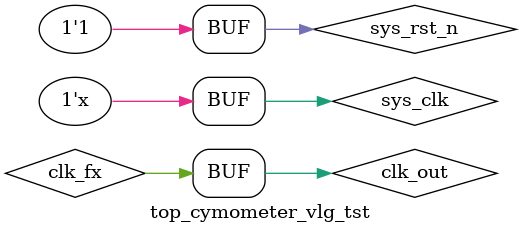
<source format=v>

                                                                                
// Verilog Test Bench template for design : top_cymometer
// 
// Simulation tool : ModelSim (Verilog)
// 

`timescale 1 ns/ 1 ns
`define  clk_period 20
module top_cymometer_vlg_tst();

// constants                                           
// general purpose registers
// test vector input registers
reg clk_fx;
reg sys_clk;
reg sys_rst_n;
// wires                                               
wire clk_out;
wire [7:0]  seg7_d;
wire [5:0]  seg7_w;

// assign statements (if any)                          


initial                                                
begin                                                  
// code that executes only once                        
// insert code here --> begin                          
    sys_rst_n = 1'b0;
    #(`clk_period * 10 + 1'b1);
    sys_rst_n = 1'b1;                                                       
// --> end                                             
$display("Running testbench");                       
end 

always clk_fx = clk_out;

initial sys_clk = 1'b1;                                                   
always #(`clk_period/2) sys_clk = ~sys_clk;                                               
// optional sensitivity list                           
// @(event1 or event2 or .... eventn)                  
// code executes for every event on sensitivity list   
// insert code here --> begin                          

top_cymometer i1 (
// port map - connection between master ports and signals/registers   
	.clk_fx(clk_fx),
	.clk_out(clk_out),
	.seg7_d(seg7_d),
	.seg7_w(seg7_w),
	.sys_clk(sys_clk),
	.sys_rst_n(sys_rst_n)
);
                                                          
// --> end                                             
endmodule


</source>
